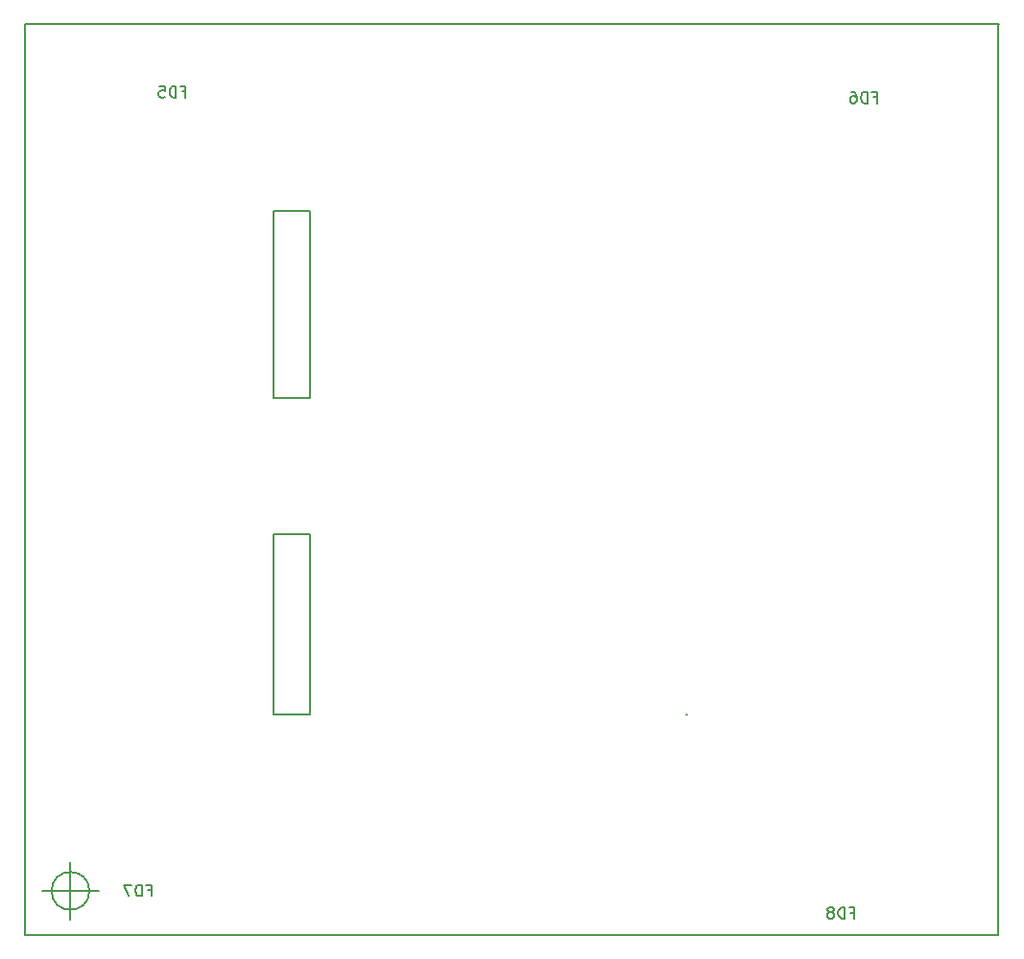
<source format=gbr>
G04 #@! TF.GenerationSoftware,KiCad,Pcbnew,(5.1.5)-3*
G04 #@! TF.CreationDate,2021-04-17T16:45:16-03:00*
G04 #@! TF.ProjectId,PonchoBiopotenciales,506f6e63-686f-4426-996f-706f74656e63,1.0*
G04 #@! TF.SameCoordinates,Original*
G04 #@! TF.FileFunction,Legend,Bot*
G04 #@! TF.FilePolarity,Positive*
%FSLAX46Y46*%
G04 Gerber Fmt 4.6, Leading zero omitted, Abs format (unit mm)*
G04 Created by KiCad (PCBNEW (5.1.5)-3) date 2021-04-17 16:45:16*
%MOMM*%
%LPD*%
G04 APERTURE LIST*
%ADD10C,0.150000*%
%ADD11C,0.200000*%
G04 APERTURE END LIST*
D10*
X125095000Y-84455000D02*
X121920000Y-84455000D01*
X125095000Y-100965000D02*
X125095000Y-84455000D01*
X121920000Y-100965000D02*
X125095000Y-100965000D01*
X121920000Y-98425000D02*
X121920000Y-100965000D01*
X121920000Y-84455000D02*
X121920000Y-98425000D01*
X125095000Y-113030000D02*
X121920000Y-113030000D01*
X125095000Y-128905000D02*
X125095000Y-113030000D01*
X124460000Y-128905000D02*
X125095000Y-128905000D01*
X121920000Y-128905000D02*
X124460000Y-128905000D01*
X121920000Y-113030000D02*
X121920000Y-128905000D01*
X105666666Y-144500000D02*
G75*
G03X105666666Y-144500000I-1666666J0D01*
G01*
X101500000Y-144500000D02*
X106500000Y-144500000D01*
X104000000Y-142000000D02*
X104000000Y-147000000D01*
D11*
X158400000Y-128900000D02*
X158300000Y-128900000D01*
D10*
X100015000Y-67920000D02*
X185880000Y-67920000D01*
X100015000Y-67920000D02*
X100015000Y-148420000D01*
X185875000Y-148420000D02*
X185875000Y-67920000D01*
X100010000Y-148420000D02*
X185875000Y-148420000D01*
X113833333Y-73928571D02*
X114166666Y-73928571D01*
X114166666Y-74452380D02*
X114166666Y-73452380D01*
X113690476Y-73452380D01*
X113309523Y-74452380D02*
X113309523Y-73452380D01*
X113071428Y-73452380D01*
X112928571Y-73500000D01*
X112833333Y-73595238D01*
X112785714Y-73690476D01*
X112738095Y-73880952D01*
X112738095Y-74023809D01*
X112785714Y-74214285D01*
X112833333Y-74309523D01*
X112928571Y-74404761D01*
X113071428Y-74452380D01*
X113309523Y-74452380D01*
X111833333Y-73452380D02*
X112309523Y-73452380D01*
X112357142Y-73928571D01*
X112309523Y-73880952D01*
X112214285Y-73833333D01*
X111976190Y-73833333D01*
X111880952Y-73880952D01*
X111833333Y-73928571D01*
X111785714Y-74023809D01*
X111785714Y-74261904D01*
X111833333Y-74357142D01*
X111880952Y-74404761D01*
X111976190Y-74452380D01*
X112214285Y-74452380D01*
X112309523Y-74404761D01*
X112357142Y-74357142D01*
X174833333Y-74428571D02*
X175166666Y-74428571D01*
X175166666Y-74952380D02*
X175166666Y-73952380D01*
X174690476Y-73952380D01*
X174309523Y-74952380D02*
X174309523Y-73952380D01*
X174071428Y-73952380D01*
X173928571Y-74000000D01*
X173833333Y-74095238D01*
X173785714Y-74190476D01*
X173738095Y-74380952D01*
X173738095Y-74523809D01*
X173785714Y-74714285D01*
X173833333Y-74809523D01*
X173928571Y-74904761D01*
X174071428Y-74952380D01*
X174309523Y-74952380D01*
X172880952Y-73952380D02*
X173071428Y-73952380D01*
X173166666Y-74000000D01*
X173214285Y-74047619D01*
X173309523Y-74190476D01*
X173357142Y-74380952D01*
X173357142Y-74761904D01*
X173309523Y-74857142D01*
X173261904Y-74904761D01*
X173166666Y-74952380D01*
X172976190Y-74952380D01*
X172880952Y-74904761D01*
X172833333Y-74857142D01*
X172785714Y-74761904D01*
X172785714Y-74523809D01*
X172833333Y-74428571D01*
X172880952Y-74380952D01*
X172976190Y-74333333D01*
X173166666Y-74333333D01*
X173261904Y-74380952D01*
X173309523Y-74428571D01*
X173357142Y-74523809D01*
X110833333Y-144428571D02*
X111166666Y-144428571D01*
X111166666Y-144952380D02*
X111166666Y-143952380D01*
X110690476Y-143952380D01*
X110309523Y-144952380D02*
X110309523Y-143952380D01*
X110071428Y-143952380D01*
X109928571Y-144000000D01*
X109833333Y-144095238D01*
X109785714Y-144190476D01*
X109738095Y-144380952D01*
X109738095Y-144523809D01*
X109785714Y-144714285D01*
X109833333Y-144809523D01*
X109928571Y-144904761D01*
X110071428Y-144952380D01*
X110309523Y-144952380D01*
X109404761Y-143952380D02*
X108738095Y-143952380D01*
X109166666Y-144952380D01*
X172833333Y-146428571D02*
X173166666Y-146428571D01*
X173166666Y-146952380D02*
X173166666Y-145952380D01*
X172690476Y-145952380D01*
X172309523Y-146952380D02*
X172309523Y-145952380D01*
X172071428Y-145952380D01*
X171928571Y-146000000D01*
X171833333Y-146095238D01*
X171785714Y-146190476D01*
X171738095Y-146380952D01*
X171738095Y-146523809D01*
X171785714Y-146714285D01*
X171833333Y-146809523D01*
X171928571Y-146904761D01*
X172071428Y-146952380D01*
X172309523Y-146952380D01*
X171166666Y-146380952D02*
X171261904Y-146333333D01*
X171309523Y-146285714D01*
X171357142Y-146190476D01*
X171357142Y-146142857D01*
X171309523Y-146047619D01*
X171261904Y-146000000D01*
X171166666Y-145952380D01*
X170976190Y-145952380D01*
X170880952Y-146000000D01*
X170833333Y-146047619D01*
X170785714Y-146142857D01*
X170785714Y-146190476D01*
X170833333Y-146285714D01*
X170880952Y-146333333D01*
X170976190Y-146380952D01*
X171166666Y-146380952D01*
X171261904Y-146428571D01*
X171309523Y-146476190D01*
X171357142Y-146571428D01*
X171357142Y-146761904D01*
X171309523Y-146857142D01*
X171261904Y-146904761D01*
X171166666Y-146952380D01*
X170976190Y-146952380D01*
X170880952Y-146904761D01*
X170833333Y-146857142D01*
X170785714Y-146761904D01*
X170785714Y-146571428D01*
X170833333Y-146476190D01*
X170880952Y-146428571D01*
X170976190Y-146380952D01*
M02*

</source>
